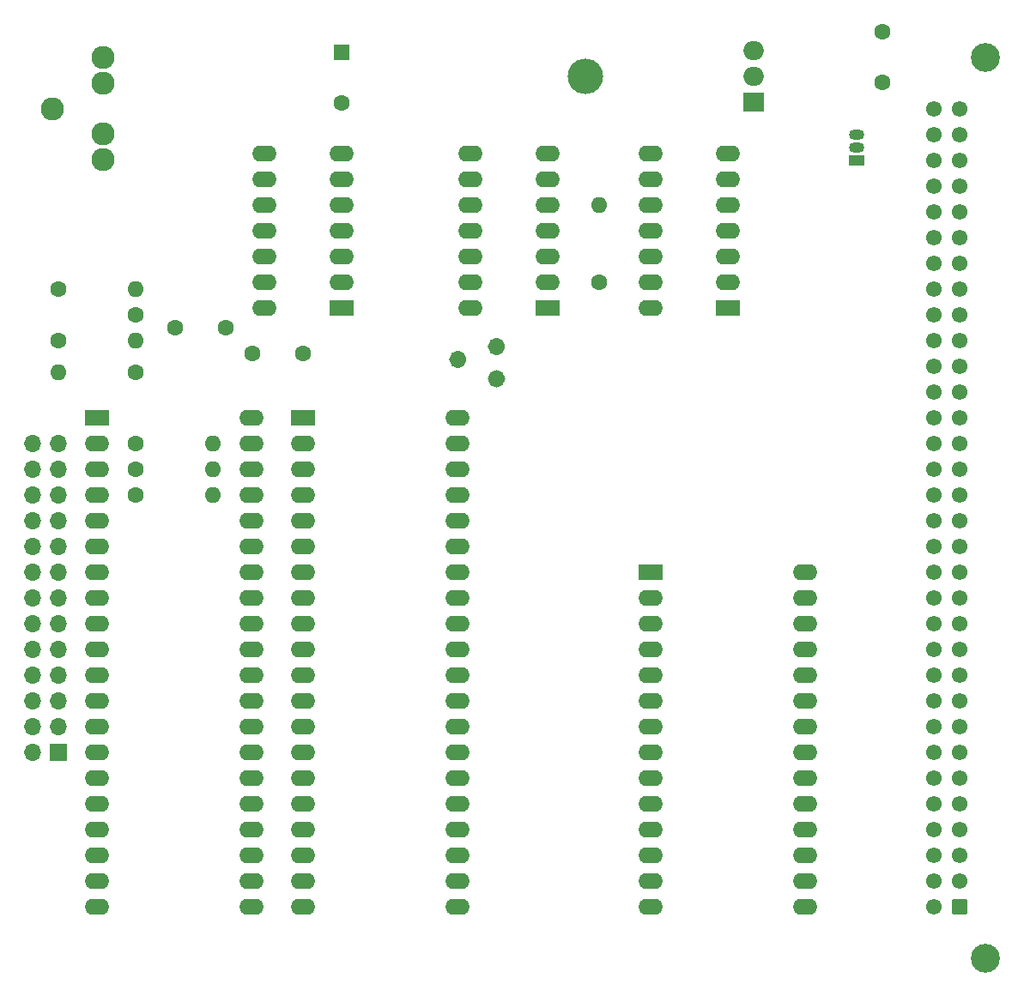
<source format=gbr>
%TF.GenerationSoftware,KiCad,Pcbnew,8.0.3+1*%
%TF.CreationDate,2024-07-17T07:58:33+02:00*%
%TF.ProjectId,QL_Qsound10x10,514c5f51-736f-4756-9e64-31307831302e,0.1b*%
%TF.SameCoordinates,Original*%
%TF.FileFunction,Soldermask,Bot*%
%TF.FilePolarity,Negative*%
%FSLAX46Y46*%
G04 Gerber Fmt 4.6, Leading zero omitted, Abs format (unit mm)*
G04 Created by KiCad (PCBNEW 8.0.3+1) date 2024-07-17 07:58:33*
%MOMM*%
%LPD*%
G01*
G04 APERTURE LIST*
G04 Aperture macros list*
%AMRoundRect*
0 Rectangle with rounded corners*
0 $1 Rounding radius*
0 $2 $3 $4 $5 $6 $7 $8 $9 X,Y pos of 4 corners*
0 Add a 4 corners polygon primitive as box body*
4,1,4,$2,$3,$4,$5,$6,$7,$8,$9,$2,$3,0*
0 Add four circle primitives for the rounded corners*
1,1,$1+$1,$2,$3*
1,1,$1+$1,$4,$5*
1,1,$1+$1,$6,$7*
1,1,$1+$1,$8,$9*
0 Add four rect primitives between the rounded corners*
20,1,$1+$1,$2,$3,$4,$5,0*
20,1,$1+$1,$4,$5,$6,$7,0*
20,1,$1+$1,$6,$7,$8,$9,0*
20,1,$1+$1,$8,$9,$2,$3,0*%
G04 Aperture macros list end*
%ADD10C,0.875000*%
%ADD11R,2.400000X1.600000*%
%ADD12O,2.400000X1.600000*%
%ADD13C,1.600000*%
%ADD14O,1.600000X1.600000*%
%ADD15R,1.500000X1.050000*%
%ADD16O,1.500000X1.050000*%
%ADD17R,1.700000X1.700000*%
%ADD18O,1.700000X1.700000*%
%ADD19C,2.286000*%
%ADD20O,3.500000X3.500000*%
%ADD21R,2.000000X1.905000*%
%ADD22O,2.000000X1.905000*%
%ADD23C,2.850000*%
%ADD24RoundRect,0.249999X0.525001X-0.525001X0.525001X0.525001X-0.525001X0.525001X-0.525001X-0.525001X0*%
%ADD25C,1.550000*%
%ADD26R,1.600000X1.600000*%
G04 APERTURE END LIST*
D10*
X141407500Y-78105000D02*
G75*
G02*
X140532500Y-78105000I-437500J0D01*
G01*
X140532500Y-78105000D02*
G75*
G02*
X141407500Y-78105000I437500J0D01*
G01*
X145217500Y-80010000D02*
G75*
G02*
X144342500Y-80010000I-437500J0D01*
G01*
X144342500Y-80010000D02*
G75*
G02*
X145217500Y-80010000I437500J0D01*
G01*
X145217500Y-76835000D02*
G75*
G02*
X144342500Y-76835000I-437500J0D01*
G01*
X144342500Y-76835000D02*
G75*
G02*
X145217500Y-76835000I437500J0D01*
G01*
D11*
%TO.C,U7*%
X125730000Y-83820000D03*
D12*
X125730000Y-86360000D03*
X125730000Y-88900000D03*
X125730000Y-91440000D03*
X125730000Y-93980000D03*
X125730000Y-96520000D03*
X125730000Y-99060000D03*
X125730000Y-101600000D03*
X125730000Y-104140000D03*
X125730000Y-106680000D03*
X125730000Y-109220000D03*
X125730000Y-111760000D03*
X125730000Y-114300000D03*
X125730000Y-116840000D03*
X125730000Y-119380000D03*
X125730000Y-121920000D03*
X125730000Y-124460000D03*
X125730000Y-127000000D03*
X125730000Y-129540000D03*
X125730000Y-132080000D03*
X140970000Y-132080000D03*
X140970000Y-129540000D03*
X140970000Y-127000000D03*
X140970000Y-124460000D03*
X140970000Y-121920000D03*
X140970000Y-119380000D03*
X140970000Y-116840000D03*
X140970000Y-114300000D03*
X140970000Y-111760000D03*
X140970000Y-109220000D03*
X140970000Y-106680000D03*
X140970000Y-104140000D03*
X140970000Y-101600000D03*
X140970000Y-99060000D03*
X140970000Y-96520000D03*
X140970000Y-93980000D03*
X140970000Y-91440000D03*
X140970000Y-88900000D03*
X140970000Y-86360000D03*
X140970000Y-83820000D03*
%TD*%
D13*
%TO.C,C5*%
X120690000Y-77470000D03*
X125690000Y-77470000D03*
%TD*%
%TO.C,R5*%
X109220000Y-79375000D03*
D14*
X101600000Y-79375000D03*
%TD*%
D15*
%TO.C,Q1*%
X180340000Y-58420000D03*
D16*
X180340000Y-57150000D03*
X180340000Y-55880000D03*
%TD*%
D13*
%TO.C,R4*%
X109220000Y-88900000D03*
D14*
X116840000Y-88900000D03*
%TD*%
D13*
%TO.C,R6*%
X109220000Y-86360000D03*
D14*
X116840000Y-86360000D03*
%TD*%
D11*
%TO.C,U2*%
X149860000Y-73025000D03*
D12*
X149860000Y-70485000D03*
X149860000Y-67945000D03*
X149860000Y-65405000D03*
X149860000Y-62865000D03*
X149860000Y-60325000D03*
X149860000Y-57785000D03*
X142240000Y-57785000D03*
X142240000Y-60325000D03*
X142240000Y-62865000D03*
X142240000Y-65405000D03*
X142240000Y-67945000D03*
X142240000Y-70485000D03*
X142240000Y-73025000D03*
%TD*%
D17*
%TO.C,J2*%
X101605000Y-116840000D03*
D18*
X99065000Y-116840000D03*
X101605000Y-114300000D03*
X99065000Y-114300000D03*
X101605000Y-111760000D03*
X99065000Y-111760000D03*
X101605000Y-109220000D03*
X99065000Y-109220000D03*
X101605000Y-106680000D03*
X99065000Y-106680000D03*
X101605000Y-104140000D03*
X99065000Y-104140000D03*
X101605000Y-101600000D03*
X99065000Y-101600000D03*
X101605000Y-99060000D03*
X99065000Y-99060000D03*
X101605000Y-96520000D03*
X99065000Y-96520000D03*
X101605000Y-93980000D03*
X99065000Y-93980000D03*
X101605000Y-91440000D03*
X99065000Y-91440000D03*
X101605000Y-88900000D03*
X99065000Y-88900000D03*
X101605000Y-86360000D03*
X99065000Y-86360000D03*
%TD*%
D13*
%TO.C,C3*%
X118070000Y-74930000D03*
X113070000Y-74930000D03*
%TD*%
%TO.C,J4*%
X109220000Y-73660000D03*
%TD*%
%TO.C,R7*%
X101600000Y-71120000D03*
D14*
X109220000Y-71120000D03*
%TD*%
D13*
%TO.C,R2*%
X101600000Y-76200000D03*
D14*
X109220000Y-76200000D03*
%TD*%
D13*
%TO.C,R3*%
X109220000Y-91440000D03*
D14*
X116840000Y-91440000D03*
%TD*%
D13*
%TO.C,R1*%
X154940000Y-70485000D03*
D14*
X154940000Y-62865000D03*
%TD*%
D11*
%TO.C,U5*%
X129540000Y-73025000D03*
D12*
X129540000Y-70485000D03*
X129540000Y-67945000D03*
X129540000Y-65405000D03*
X129540000Y-62865000D03*
X129540000Y-60325000D03*
X129540000Y-57785000D03*
X121920000Y-57785000D03*
X121920000Y-60325000D03*
X121920000Y-62865000D03*
X121920000Y-65405000D03*
X121920000Y-67945000D03*
X121920000Y-70485000D03*
X121920000Y-73025000D03*
%TD*%
D19*
%TO.C,J3*%
X100965000Y-53340000D03*
X105965000Y-48340000D03*
X105965000Y-50840000D03*
X105965000Y-58340000D03*
X105965000Y-55840000D03*
%TD*%
D11*
%TO.C,U3*%
X167640000Y-73025000D03*
D12*
X167640000Y-70485000D03*
X167640000Y-67945000D03*
X167640000Y-65405000D03*
X167640000Y-62865000D03*
X167640000Y-60325000D03*
X167640000Y-57785000D03*
X160020000Y-57785000D03*
X160020000Y-60325000D03*
X160020000Y-62865000D03*
X160020000Y-65405000D03*
X160020000Y-67945000D03*
X160020000Y-70485000D03*
X160020000Y-73025000D03*
%TD*%
D13*
%TO.C,C2*%
X182880000Y-50760000D03*
X182880000Y-45760000D03*
%TD*%
D20*
%TO.C,U1*%
X153520000Y-50165000D03*
D21*
X170180000Y-52705000D03*
D22*
X170180000Y-50165000D03*
X170180000Y-47625000D03*
%TD*%
D11*
%TO.C,U6*%
X105410000Y-83820000D03*
D12*
X105410000Y-86360000D03*
X105410000Y-88900000D03*
X105410000Y-91440000D03*
X105410000Y-93980000D03*
X105410000Y-96520000D03*
X105410000Y-99060000D03*
X105410000Y-101600000D03*
X105410000Y-104140000D03*
X105410000Y-106680000D03*
X105410000Y-109220000D03*
X105410000Y-111760000D03*
X105410000Y-114300000D03*
X105410000Y-116840000D03*
X105410000Y-119380000D03*
X105410000Y-121920000D03*
X105410000Y-124460000D03*
X105410000Y-127000000D03*
X105410000Y-129540000D03*
X105410000Y-132080000D03*
X120650000Y-132080000D03*
X120650000Y-129540000D03*
X120650000Y-127000000D03*
X120650000Y-124460000D03*
X120650000Y-121920000D03*
X120650000Y-119380000D03*
X120650000Y-116840000D03*
X120650000Y-114300000D03*
X120650000Y-111760000D03*
X120650000Y-109220000D03*
X120650000Y-106680000D03*
X120650000Y-104140000D03*
X120650000Y-101600000D03*
X120650000Y-99060000D03*
X120650000Y-96520000D03*
X120650000Y-93980000D03*
X120650000Y-91440000D03*
X120650000Y-88900000D03*
X120650000Y-86360000D03*
X120650000Y-83820000D03*
%TD*%
D23*
%TO.C,J1*%
X193040000Y-48260000D03*
X193040000Y-137160000D03*
D24*
X190500000Y-132080000D03*
D25*
X190500000Y-129540000D03*
X190500000Y-127000000D03*
X190500000Y-124460000D03*
X190500000Y-121920000D03*
X190500000Y-119380000D03*
X190500000Y-116840000D03*
X190500000Y-114300000D03*
X190500000Y-111760000D03*
X190500000Y-109220000D03*
X190500000Y-106680000D03*
X190500000Y-104140000D03*
X190500000Y-101600000D03*
X190500000Y-99060000D03*
X190500000Y-96520000D03*
X190500000Y-93980000D03*
X190500000Y-91440000D03*
X190500000Y-88900000D03*
X190500000Y-86360000D03*
X190500000Y-83820000D03*
X190500000Y-81280000D03*
X190500000Y-78740000D03*
X190500000Y-76200000D03*
X190500000Y-73660000D03*
X190500000Y-71120000D03*
X190500000Y-68580000D03*
X190500000Y-66040000D03*
X190500000Y-63500000D03*
X190500000Y-60960000D03*
X190500000Y-58420000D03*
X190500000Y-55880000D03*
X190500000Y-53340000D03*
X187960000Y-132080000D03*
X187960000Y-129540000D03*
X187960000Y-127000000D03*
X187960000Y-124460000D03*
X187960000Y-121920000D03*
X187960000Y-119380000D03*
X187960000Y-116840000D03*
X187960000Y-114300000D03*
X187960000Y-111760000D03*
X187960000Y-109220000D03*
X187960000Y-106680000D03*
X187960000Y-104140000D03*
X187960000Y-101600000D03*
X187960000Y-99060000D03*
X187960000Y-96520000D03*
X187960000Y-93980000D03*
X187960000Y-91440000D03*
X187960000Y-88900000D03*
X187960000Y-86360000D03*
X187960000Y-83820000D03*
X187960000Y-81280000D03*
X187960000Y-78740000D03*
X187960000Y-76200000D03*
X187960000Y-73660000D03*
X187960000Y-71120000D03*
X187960000Y-68580000D03*
X187960000Y-66040000D03*
X187960000Y-63500000D03*
X187960000Y-60960000D03*
X187960000Y-58420000D03*
X187960000Y-55880000D03*
X187960000Y-53340000D03*
%TD*%
D26*
%TO.C,C4*%
X129540000Y-47762349D03*
D13*
X129540000Y-52762349D03*
%TD*%
D11*
%TO.C,U4*%
X160020000Y-99060000D03*
D12*
X160020000Y-101600000D03*
X160020000Y-104140000D03*
X160020000Y-106680000D03*
X160020000Y-109220000D03*
X160020000Y-111760000D03*
X160020000Y-114300000D03*
X160020000Y-116840000D03*
X160020000Y-119380000D03*
X160020000Y-121920000D03*
X160020000Y-124460000D03*
X160020000Y-127000000D03*
X160020000Y-129540000D03*
X160020000Y-132080000D03*
X175260000Y-132080000D03*
X175260000Y-129540000D03*
X175260000Y-127000000D03*
X175260000Y-124460000D03*
X175260000Y-121920000D03*
X175260000Y-119380000D03*
X175260000Y-116840000D03*
X175260000Y-114300000D03*
X175260000Y-111760000D03*
X175260000Y-109220000D03*
X175260000Y-106680000D03*
X175260000Y-104140000D03*
X175260000Y-101600000D03*
X175260000Y-99060000D03*
%TD*%
M02*

</source>
